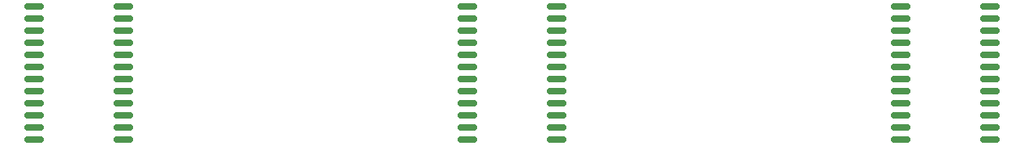
<source format=gbr>
%TF.GenerationSoftware,KiCad,Pcbnew,(6.0.0)*%
%TF.CreationDate,2023-05-02T22:40:52+02:00*%
%TF.ProjectId,7SegmentDisplay,37536567-6d65-46e7-9444-6973706c6179,rev?*%
%TF.SameCoordinates,Original*%
%TF.FileFunction,Paste,Bot*%
%TF.FilePolarity,Positive*%
%FSLAX46Y46*%
G04 Gerber Fmt 4.6, Leading zero omitted, Abs format (unit mm)*
G04 Created by KiCad (PCBNEW (6.0.0)) date 2023-05-02 22:40:52*
%MOMM*%
%LPD*%
G01*
G04 APERTURE LIST*
G04 Aperture macros list*
%AMRoundRect*
0 Rectangle with rounded corners*
0 $1 Rounding radius*
0 $2 $3 $4 $5 $6 $7 $8 $9 X,Y pos of 4 corners*
0 Add a 4 corners polygon primitive as box body*
4,1,4,$2,$3,$4,$5,$6,$7,$8,$9,$2,$3,0*
0 Add four circle primitives for the rounded corners*
1,1,$1+$1,$2,$3*
1,1,$1+$1,$4,$5*
1,1,$1+$1,$6,$7*
1,1,$1+$1,$8,$9*
0 Add four rect primitives between the rounded corners*
20,1,$1+$1,$2,$3,$4,$5,0*
20,1,$1+$1,$4,$5,$6,$7,0*
20,1,$1+$1,$6,$7,$8,$9,0*
20,1,$1+$1,$8,$9,$2,$3,0*%
G04 Aperture macros list end*
%ADD10RoundRect,0.150000X-0.875000X-0.150000X0.875000X-0.150000X0.875000X0.150000X-0.875000X0.150000X0*%
G04 APERTURE END LIST*
D10*
%TO.C,U14*%
X179402000Y-93699600D03*
X179402000Y-92429600D03*
X179402000Y-91159600D03*
X179402000Y-89889600D03*
X179402000Y-88619600D03*
X179402000Y-87349600D03*
X179402000Y-86079600D03*
X179402000Y-84809600D03*
X179402000Y-83539600D03*
X179402000Y-82269600D03*
X179402000Y-80999600D03*
X179402000Y-79729600D03*
X170102000Y-79729600D03*
X170102000Y-80999600D03*
X170102000Y-82269600D03*
X170102000Y-83539600D03*
X170102000Y-84809600D03*
X170102000Y-86079600D03*
X170102000Y-87349600D03*
X170102000Y-88619600D03*
X170102000Y-89889600D03*
X170102000Y-91159600D03*
X170102000Y-92429600D03*
X170102000Y-93699600D03*
%TD*%
%TO.C,U4*%
X79668255Y-93747844D03*
X79668255Y-92477844D03*
X79668255Y-91207844D03*
X79668255Y-89937844D03*
X79668255Y-88667844D03*
X79668255Y-87397844D03*
X79668255Y-86127844D03*
X79668255Y-84857844D03*
X79668255Y-83587844D03*
X79668255Y-82317844D03*
X79668255Y-81047844D03*
X79668255Y-79777844D03*
X88968255Y-79777844D03*
X88968255Y-81047844D03*
X88968255Y-82317844D03*
X88968255Y-83587844D03*
X88968255Y-84857844D03*
X88968255Y-86127844D03*
X88968255Y-87397844D03*
X88968255Y-88667844D03*
X88968255Y-89937844D03*
X88968255Y-91207844D03*
X88968255Y-92477844D03*
X88968255Y-93747844D03*
%TD*%
%TO.C,U9*%
X124890000Y-93728595D03*
X124890000Y-92458595D03*
X124890000Y-91188595D03*
X124890000Y-89918595D03*
X124890000Y-88648595D03*
X124890000Y-87378595D03*
X124890000Y-86108595D03*
X124890000Y-84838595D03*
X124890000Y-83568595D03*
X124890000Y-82298595D03*
X124890000Y-81028595D03*
X124890000Y-79758595D03*
X134190000Y-79758595D03*
X134190000Y-81028595D03*
X134190000Y-82298595D03*
X134190000Y-83568595D03*
X134190000Y-84838595D03*
X134190000Y-86108595D03*
X134190000Y-87378595D03*
X134190000Y-88648595D03*
X134190000Y-89918595D03*
X134190000Y-91188595D03*
X134190000Y-92458595D03*
X134190000Y-93728595D03*
%TD*%
M02*

</source>
